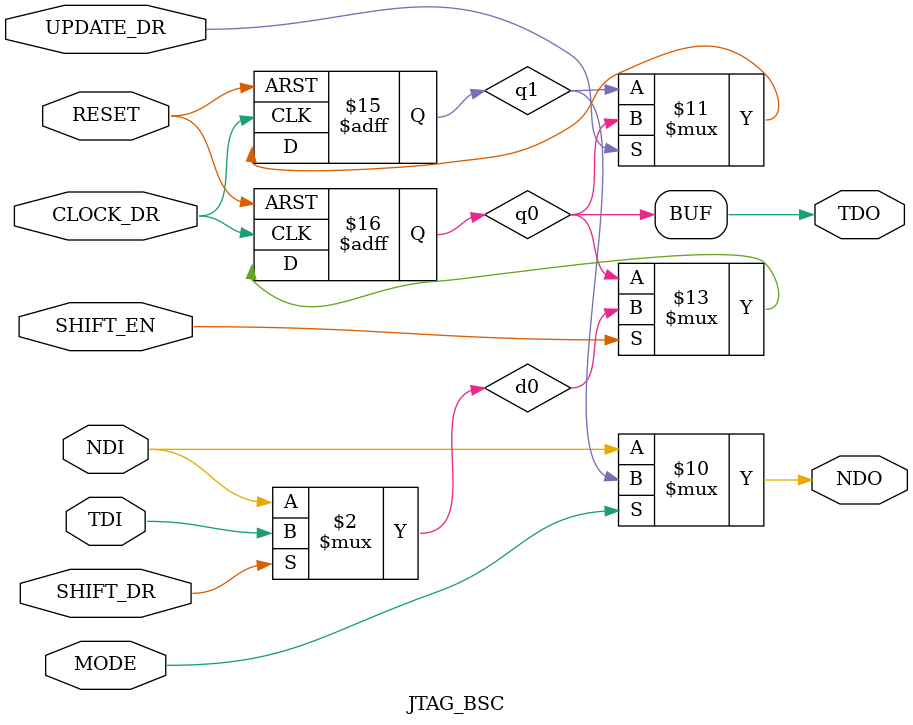
<source format=sv>



// Dependencies:
//
// n/a


`ifndef JTAG_BSC__SV
`define JTAG_BSC__SV


`timescale  1ns / 1ps
//`include "timescale.v"

module JTAG_BSC (

   input  wire  RESET,                // reset signal (asynchronous, active-low)
   input  wire  CLOCK_DR,             // scan-FF clock
   input  wire  SHIFT_DR,             // input MUX select signal
   input  wire  SHIFT_EN,             // additional MUX control since gated-clocks are not adopted
   input  wire  NDI,                  // normal data-in
   input  wire  TDI,                  // scan input data
   input  wire  UPDATE_DR,            // update-FF clock
   input  wire  MODE,                 // output MUX select signal
   output wire  NDO,                  // normal data-out
   output wire  TDO                   // scan output data

   ) ;


   `ifndef ABSTRACT

   // input multiplexer
   wire d0 ;
   assign d0 = (SHIFT_DR == 1'b0) ? NDI : TDI ;


   // scan/update FF outputs
   logic q0, q1 ;


   // scan (capture) FF
   always_ff @(negedge RESET or posedge CLOCK_DR) begin
   //always_ff @(posedge CLOCK_DR) begin

      if( RESET == 1'b0 )
         q0 <= 1'b0 ;
      else if( SHIFT_EN == 1'b1 )            // additional MUX control
         q0 <= d0 ;

   end // always_ff


   // update FF
   //always_ff @(posedge UPDATE_DR or negedge RESET) begin
   //always_ff @(posedge UPDATE_DR) begin

   always_ff @(negedge RESET or negedge CLOCK_DR) begin   // data transfer occurs at the NEGATIVE edge of clock signal

      if( RESET == 1'b0 )
         q1 <= 1'b0 ;
      else if( UPDATE_DR == 1'b1 )           // **NOTE: according to IEEE Std. 1149.1-2001, UPDATE_DR should be the clock signal
         q1 <= q0 ;                          //         driving DFF clock pins. Here UPDATE_IR is used as a MUX control instead

   end // always_ff



   // output multiplexer
   assign NDO = (MODE == 1'b1) ? q1 : NDI ;


   // serial output
   assign TDO = q0 ;


   `endif   // ABSTRACT

endmodule : JTAG_BSC

`endif


</source>
